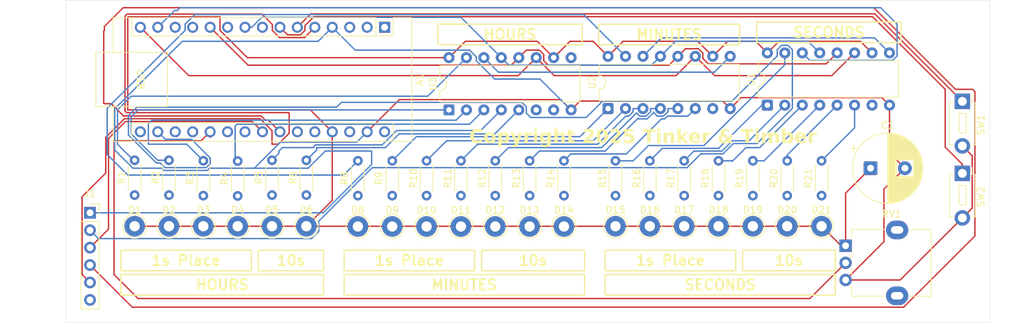
<source format=kicad_pcb>
(kicad_pcb (version 20241229) (generator "pcbnew") (generator_version "9.0")
  (layers (0 "F.Cu" signal) (2 "B.Cu" signal) (13 "F.Paste" user) (15 "B.Paste" user) (5 "F.SilkS" user "F.Silkscreen") (7 "B.SilkS" user "B.Silkscreen") (1 "F.Mask" user) (3 "B.Mask" user) (25 "Edge.Cuts" user))
  (net 0 "")
  (net 1 "GND")
  (net 3 "Net-(A1-D12)")
  (net 4 "VCC")
  (net 5 "Net-(A1-D6)")
  (net 9 "Net-(A1-D8)")
  (net 13 "Net-(A1-D3)")
  (net 14 "Net-(A1-A5)")
  (net 16 "Net-(A1-D11)")
  (net 17 "Net-(A1-A1)")
  (net 19 "unconnected-(A1-D9-Pad12)")
  (net 22 "Net-(A1-D2)")
  (net 23 "unconnected-(A1-D10-Pad13)")
  (net 24 "Net-(A1-D4)")
  (net 25 "Net-(A1-3V3)")
  (net 26 "Net-(A1-A4)")
  (net 30 "Net-(U3-QA)")
  (net 31 "Net-(D1-A)")
  (net 32 "Net-(U1-QB)")
  (net 33 "Net-(U1-QC)")
  (net 34 "Net-(U1-QF)")
  (net 35 "Net-(U1-QH')")
  (net 37 "Net-(U1-QA)")
  (net 38 "Net-(U1-QE)")
  (net 39 "Net-(U1-QD)")
  (net 40 "Net-(U2-QB)")
  (net 41 "Net-(U2-QF)")
  (net 42 "Net-(U2-QG)")
  (net 43 "Net-(U2-QH')")
  (net 45 "Net-(U2-QE)")
  (net 46 "Net-(U2-QD)")
  (net 47 "Net-(U2-QC)")
  (net 48 "Net-(U2-QA)")
  (net 49 "Net-(U3-QE)")
  (net 50 "Net-(U3-QD)")
  (net 51 "Net-(U3-QB)")
  (net 52 "Net-(U3-QF)")
  (net 54 "Net-(U3-QC)")
  (net 56 "Net-(D2-A)")
  (net 57 "Net-(D3-A)")
  (net 58 "Net-(D4-A)")
  (net 59 "Net-(D5-A)")
  (net 60 "Net-(D6-A)")
  (net 61 "Net-(D8-A)")
  (net 62 "Net-(D9-A)")
  (net 63 "Net-(D10-A)")
  (net 64 "Net-(D11-A)")
  (net 65 "Net-(D12-A)")
  (net 66 "Net-(D13-A)")
  (net 67 "Net-(D14-A)")
  (net 68 "Net-(U1-QG)")
  (net 70 "Net-(D15-A)")
  (net 71 "Net-(D16-A)")
  (net 72 "Net-(D17-A)")
  (net 73 "Net-(D18-A)")
  (net 74 "Net-(D19-A)")
  (net 75 "Net-(D20-A)")
  (net 76 "Net-(D21-A)")
  (footprint "TestPoint:TestPoint_THTPad_D3.0mm_Drill1.5mm" (layer "F.Cu") (at 60 83.46)
    (property "Reference" "D1")
    (property "Value" "LED")
  )
  (footprint "TestPoint:TestPoint_THTPad_D3.0mm_Drill1.5mm" (layer "F.Cu") (at 80 83.46)
    (property "Reference" "D5")
    (property "Value" "LED")
  )
  (footprint "Resistor_THT:R_Axial_DIN0204_L3.6mm_D1.6mm_P5.08mm_Horizontal" (layer "F.Cu") (at 75 79.04 90)
    (property "Reference" "R4")
    (property "Value" "470Ω")
  )
  (footprint "TestPoint:TestPoint_THTPad_D3.0mm_Drill1.5mm" (layer "F.Cu") (at 130 83.46)
    (property "Reference" "D15")
    (property "Value" "LED")
  )
  (footprint "Potentiometer_THT:Potentiometer_Alpha_RD901F-40-00D_Single_Vertical" (layer "F.Cu") (at 163.5 86.3)
    (property "Reference" "RV1")
    (property "Value" "Brightness Pot")
  )
  (footprint "Capacitor_THT:CP_Radial_D10.0mm_P5.00mm" (layer "F.Cu") (at 167.132323 75)
    (property "Reference" "C1")
    (property "Value" "1000uF")
  )
  (footprint "TestPoint:TestPoint_THTPad_D3.0mm_Drill1.5mm" (layer "F.Cu") (at 155 83.46)
    (property "Reference" "D20")
    (property "Value" "LED")
  )
  (footprint "Resistor_THT:R_Axial_DIN0204_L3.6mm_D1.6mm_P5.08mm_Horizontal" (layer "F.Cu") (at 92.5 79 90)
    (property "Reference" "R8")
    (property "Value" "470Ω")
  )
  (footprint "Resistor_THT:R_Axial_DIN0204_L3.6mm_D1.6mm_P5.08mm_Horizontal" (layer "F.Cu") (at 65 78.92 90)
    (property "Reference" "R2")
    (property "Value" "470Ω")
  )
  (footprint "Resistor_THT:R_Axial_DIN0204_L3.6mm_D1.6mm_P5.08mm_Horizontal" (layer "F.Cu") (at 117.5 79 90)
    (property "Reference" "R13")
    (property "Value" "470Ω")
  )
  (footprint "TestPoint:TestPoint_THTPad_D3.0mm_Drill1.5mm" (layer "F.Cu") (at 117.5 83.5)
    (property "Reference" "D13")
    (property "Value" "LED")
  )
  (footprint "Resistor_THT:R_Axial_DIN0204_L3.6mm_D1.6mm_P5.08mm_Horizontal" (layer "F.Cu") (at 102.5 79 90)
    (property "Reference" "R10")
    (property "Value" "470Ω")
  )
  (footprint "TestPoint:TestPoint_THTPad_D3.0mm_Drill1.5mm" (layer "F.Cu") (at 140 83.46)
    (property "Reference" "D17")
    (property "Value" "LED")
  )
  (footprint "TestPoint:TestPoint_THTPad_D3.0mm_Drill1.5mm" (layer "F.Cu") (at 145 83.46)
    (property "Reference" "D18")
    (property "Value" "LED")
  )
  (footprint "TestPoint:TestPoint_THTPad_D3.0mm_Drill1.5mm" (layer "F.Cu") (at 160 83.46)
    (property "Reference" "D21")
    (property "Value" "LED")
  )
  (footprint "TestPoint:TestPoint_THTPad_D3.0mm_Drill1.5mm" (layer "F.Cu") (at 122.5 83.5)
    (property "Reference" "D14")
    (property "Value" "LED")
  )
  (footprint "Resistor_THT:R_Axial_DIN0204_L3.6mm_D1.6mm_P5.08mm_Horizontal" (layer "F.Cu") (at 85 78.92 90)
    (property "Reference" "R6")
    (property "Value" "470Ω")
  )
  (footprint "Resistor_THT:R_Axial_DIN0204_L3.6mm_D1.6mm_P5.08mm_Horizontal" (layer "F.Cu") (at 70 79 90)
    (property "Reference" "R3")
    (property "Value" "470Ω")
  )
  (footprint "TestPoint:TestPoint_THTPad_D3.0mm_Drill1.5mm" (layer "F.Cu") (at 65 83.46)
    (property "Reference" "D2")
    (property "Value" "LED")
  )
  (footprint "TestPoint:TestPoint_THTPad_D3.0mm_Drill1.5mm" (layer "F.Cu") (at 107.5 83.5)
    (property "Reference" "D11")
    (property "Value" "LED")
  )
  (footprint "TestPoint:TestPoint_THTPad_D3.0mm_Drill1.5mm" (layer "F.Cu") (at 70 83.46)
    (property "Reference" "D3")
    (property "Value" "LED")
  )
  (footprint "TestPoint:TestPoint_THTPad_D3.0mm_Drill1.5mm" (layer "F.Cu") (at 135 83.46)
    (property "Reference" "D16")
    (property "Value" "LED")
  )
  (footprint "Package_DIP:DIP-16_W7.62mm" (layer "F.Cu") (at 105.76 66.5 90)
    (property "Reference" "U3")
    (property "Value" "74HC595")
  )
  (footprint "TestPoint:TestPoint_THTPad_D3.0mm_Drill1.5mm" (layer "F.Cu") (at 150 83.46)
    (property "Reference" "D19")
    (property "Value" "LED")
  )
  (footprint "Resistor_THT:R_Axial_DIN0204_L3.6mm_D1.6mm_P5.08mm_Horizontal" (layer "F.Cu") (at 135 79 90)
    (property "Reference" "R16")
    (property "Value" "470Ω")
  )
  (footprint "Resistor_THT:R_Axial_DIN0204_L3.6mm_D1.6mm_P5.08mm_Horizontal" (layer "F.Cu") (at 112.5 79 90)
    (property "Reference" "R12")
    (property "Value" "470Ω")
  )
  (footprint "Resistor_THT:R_Axial_DIN0204_L3.6mm_D1.6mm_P5.08mm_Horizontal" (layer "F.Cu") (at 122.5 79 90)
    (property "Reference" "R14")
    (property "Value" "470Ω")
  )
  (footprint "Resistor_THT:R_Axial_DIN0204_L3.6mm_D1.6mm_P5.08mm_Horizontal" (layer "F.Cu") (at 155 79 90)
    (property "Reference" "R20")
    (property "Value" "470Ω")
  )
  (footprint "TestPoint:TestPoint_THTPad_D3.0mm_Drill1.5mm" (layer "F.Cu") (at 75 83.46)
    (property "Reference" "D4")
    (property "Value" "LED")
  )
  (footprint "TestPoint:TestPoint_THTPad_D3.0mm_Drill1.5mm" (layer "F.Cu") (at 92.5 83.5)
    (property "Reference" "D8")
    (property "Value" "LED")
  )
  (footprint "Package_DIP:DIP-16_W7.62mm" (layer "F.Cu") (at 128.92 66.305 90)
    (property "Reference" "U2")
    (property "Value" "74HC595")
  )
  (footprint "TestPoint:TestPoint_THTPad_D3.0mm_Drill1.5mm" (layer "F.Cu") (at 85 83.46)
    (property "Reference" "D6")
    (property "Value" "LED")
  )
  (footprint "Package_DIP:DIP-16_W7.62mm" (layer "F.Cu") (at 152.11 65.805 90)
    (property "Reference" "U1")
    (property "Value" "74HC595")
  )
  (footprint "Resistor_THT:R_Axial_DIN0204_L3.6mm_D1.6mm_P5.08mm_Horizontal" (layer "F.Cu") (at 97.5 79 90)
    (property "Reference" "R9")
    (property "Value" "470Ω")
  )
  (footprint "TestPoint:TestPoint_THTPad_D3.0mm_Drill1.5mm" (layer "F.Cu") (at 97.5 83.5)
    (property "Reference" "D9")
    (property "Value" "LED")
  )
  (footprint "TestPoint:TestPoint_THTPad_D3.0mm_Drill1.5mm" (layer "F.Cu") (at 102.5 83.5)
    (property "Reference" "D10")
    (property "Value" "LED")
  )
  (footprint "Resistor_THT:R_Axial_DIN0204_L3.6mm_D1.6mm_P5.08mm_Horizontal" (layer "F.Cu") (at 80 78.92 90)
    (property "Reference" "R5")
    (property "Value" "470Ω")
  )
  (footprint "Button_Switch_THT:SW_PUSH_1P1T_6x3.5mm_H4.3_APEM_MJTP1243" (layer "F.Cu") (at 180.5 75.75 -90)
    (property "Reference" "SW2")
    (property "Value" "MIN BUTTON")
  )
  (footprint "TestPoint:TestPoint_THTPad_D3.0mm_Drill1.5mm" (layer "F.Cu") (at 112.5 83.5)
    (property "Reference" "D12")
    (property "Value" "LED")
  )
  (footprint "Resistor_THT:R_Axial_DIN0204_L3.6mm_D1.6mm_P5.08mm_Horizontal" (layer "F.Cu") (at 150 79 90)
    (property "Reference" "R19")
    (property "Value" "470Ω")
  )
  (footprint "Connector_PinSocket_2.54mm:PinSocket_1x06_P2.54mm_Vertical" (layer "F.Cu") (at 53.5 81.5)
    (property "Reference" "J1")
    (property "Value" "PinSocket_1x06_P2.54mm_Vertical")
  )
  (footprint "Resistor_THT:R_Axial_DIN0204_L3.6mm_D1.6mm_P5.08mm_Horizontal" (layer "F.Cu") (at 160 79 90)
    (property "Reference" "R21")
    (property "Value" "470Ω")
  )
  (footprint "Resistor_THT:R_Axial_DIN0204_L3.6mm_D1.6mm_P5.08mm_Horizontal" (layer "F.Cu") (at 145 79 90)
    (property "Reference" "R18")
    (property "Value" "470Ω")
  )
  (footprint "MountingHole:MountingHole_3.2mm_M3" (layer "F.Cu") (at 180 54)
    (property "Reference" "Mount" (hide yes))
    (property "Value" "MountingHole_3.2mm_M3")
  )
  (footprint "Resistor_THT:R_Axial_DIN0204_L3.6mm_D1.6mm_P5.08mm_Horizontal" (layer "F.Cu") (at 130 79 90)
    (property "Reference" "R15")
    (property "Value" "470Ω")
  )
  (footprint "Module:Arduino_Nano" (layer "F.Cu") (at 96.39 54.45 -90)
    (property "Reference" "A1")
    (property "Value" "Arduino Nano")
  )
  (footprint "Resistor_THT:R_Axial_DIN0204_L3.6mm_D1.6mm_P5.08mm_Horizontal" (layer "F.Cu") (at 60 78.92 90)
    (property "Reference" "R1")
    (property "Value" "470Ω")
  )
  (footprint "Resistor_THT:R_Axial_DIN0204_L3.6mm_D1.6mm_P5.08mm_Horizontal" (layer "F.Cu") (at 140 79 90)
    (property "Reference" "R17")
    (property "Value" "470Ω")
  )
  (footprint "MountingHole:MountingHole_3.2mm_M3" (layer "F.Cu") (at 180 93)
    (property "Reference" "Mount" (hide yes))
    (property "Value" "MountingHole_3.2mm_M3")
  )
  (footprint "Resistor_THT:R_Axial_DIN0204_L3.6mm_D1.6mm_P5.08mm_Horizontal" (layer "F.Cu") (at 107.5 79 90)
    (property "Reference" "R11")
    (property "Value" "470Ω")
  )
  (footprint "Button_Switch_THT:SW_PUSH_1P1T_6x3.5mm_H4.3_APEM_MJTP1243" (layer "F.Cu") (at 180.5 65.25 -90)
    (property "Reference" "SW1")
    (property "Value" "HRS BUTTON")
  )
  (footprint "MountingHole:MountingHole_3.2mm_M3" (layer "F.Cu") (at 53.5 75)
    (property "Reference" "Mount" (hide yes))
    (property "Value" "MountingHole_3.2mm_M3")
  )
  (gr_rect (start 50 50.5) (end 184.5 97.5) (stroke (width 0.05)) (fill no) (layer "Edge.Cuts"))
  (gr_text "Copyright 2025 Tinker & Timber" (at 134 70.5 0) (layer "F.SilkS") (effects (font (size 2 2) (thickness 0.4) (bold yes))))
  (gr_text_box "1s Place" (start 128.5 86.96) (end 147.5 89.96) (margins 1.0025 1.0025 1.0025 1.0025) (layer "F.SilkS") (effects (font (size 1.5 1.5) (thickness 0.3) (bold yes))) (border yes) (stroke (width 0.2)))
  (gr_text_box "MINUTES" (start 90.5 90.5) (end 125.5 93.5) (margins 1.0025 1.0025 1.0025 1.0025) (layer "F.SilkS") (effects (font (size 1.5 1.5) (thickness 0.3) (bold yes))) (border yes) (stroke (width 0.2)))
  (gr_text_box "HOURS" (start 58 90.5) (end 87.5 93.5) (margins 1.0025 1.0025 1.0025 1.0025) (layer "F.SilkS") (effects (font (size 1.5 1.5) (thickness 0.3) (bold yes))) (border yes) (stroke (width 0.2)))
  (gr_text_box "10s" (start 110.5 86.96) (end 125.5 89.96) (margins 1.0025 1.0025 1.0025 1.0025) (layer "F.SilkS") (effects (font (size 1.5 1.5) (thickness 0.3) (bold yes))) (border yes) (stroke (width 0.2)))
  (gr_text_box "10s" (start 78 86.96) (end 87.5 89.96) (margins 1.0025 1.0025 1.0025 1.0025) (layer "F.SilkS") (effects (font (size 1.5 1.5) (thickness 0.3) (bold yes))) (border yes) (stroke (width 0.2)))
  (gr_text_box "1s Place" (start 58 86.96) (end 77 89.96) (margins 1.0025 1.0025 1.0025 1.0025) (layer "F.SilkS") (effects (font (size 1.5 1.5) (thickness 0.3) (bold yes))) (border yes) (stroke (width 0.2)))
  (gr_text_box "SECONDS" (start 128.5 90.5) (end 162 93.5) (margins 1.0025 1.0025 1.0025 1.0025) (layer "F.SilkS") (effects (font (size 1.5 1.5) (thickness 0.3) (bold yes))) (border yes) (stroke (width 0.2)))
  (gr_text_box "MINUTES" (start 127.56 54) (end 148.06 57) (margins 1.0025 1.0025 1.0025 1.0025) (layer "F.SilkS") (effects (font (size 1.5 1.5) (thickness 0.3) (bold yes))) (border yes) (stroke (width 0.2)))
  (gr_text_box "SECONDS" (start 150.56 53.685) (end 171.56 56.685) (margins 1.0025 1.0025 1.0025 1.0025) (layer "F.SilkS") (effects (font (size 1.5 1.5) (thickness 0.3) (bold yes))) (border yes) (stroke (width 0.2)))
  (gr_text_box "10s" (start 148.5 86.96) (end 162 89.96) (margins 1.0025 1.0025 1.0025 1.0025) (layer "F.SilkS") (effects (font (size 1.5 1.5) (thickness 0.3) (bold yes))) (border yes) (stroke (width 0.2)))
  (gr_text_box "1s Place" (start 90.5 86.96) (end 109.5 89.96) (margins 1.0025 1.0025 1.0025 1.0025) (layer "F.SilkS") (effects (font (size 1.5 1.5) (thickness 0.3) (bold yes))) (border yes) (stroke (width 0.2)))
  (gr_text_box "HOURS" (start 104.15 54) (end 125.15 57) (margins 1.0025 1.0025 1.0025 1.0025) (layer "F.SilkS") (effects (font (size 1.5 1.5) (thickness 0.3) (bold yes))) (border yes) (stroke (width 0.2)))
  (segment (start 181.926 73.176) (end 181.926 80.824) (width 0.2) (layer "F.Cu") (net 1))
  (segment (start 181.926 80.824) (end 180.5 82.25) (width 0.2) (layer "F.Cu") (net 1))
  (segment (start 169.89 72.757677) (end 172.132323 75) (width 0.2) (layer "F.Cu") (net 1))
  (segment (start 177.125 85.625) (end 171.45 91.3) (width 0.2) (layer "F.Cu") (net 1))
  (segment (start 122.04 65) (end 98.54 65) (width 0.2) (layer "F.Cu") (net 1))
  (segment (start 98.54 65) (end 93.85 69.69) (width 0.2) (layer "F.Cu") (net 1))
  (segment (start 172.132323 75) (end 169.079 78.053323) (width 0.2) (layer "F.Cu") (net 1))
  (segment (start 180.5 82.25) (end 177.125 85.625) (width 0.2) (layer "F.Cu") (net 1))
  (segment (start 124.836 65.204) (end 123.54 66.5) (width 0.2) (layer "F.Cu") (net 1))
  (segment (start 146.7 66.305) (end 145.599 65.204) (width 0.2) (layer "F.Cu") (net 1))
  (segment (start 171.45 91.3) (end 163.5 91.3) (width 0.2) (layer "F.Cu") (net 1))
  (segment (start 168.789 64.704) (end 148.301 64.704) (width 0.2) (layer "F.Cu") (net 1))
  (segment (start 123.54 66.5) (end 122.04 65) (width 0.2) (layer "F.Cu") (net 1))
  (segment (start 180.5 71.75) (end 181.926 73.176) (width 0.2) (layer "F.Cu") (net 1))
  (segment (start 145.599 65.204) (end 124.836 65.204) (width 0.2) (layer "F.Cu") (net 1))
  (segment (start 169.079 85.721) (end 163.5 91.3) (width 0.2) (layer "F.Cu") (net 1))
  (segment (start 169.89 65.805) (end 169.89 72.757677) (width 0.2) (layer "F.Cu") (net 1))
  (segment (start 169.89 65.805) (end 168.789 64.704) (width 0.2) (layer "F.Cu") (net 1))
  (segment (start 148.301 64.704) (end 146.7 66.305) (width 0.2) (layer "F.Cu") (net 1))
  (segment (start 169.079 78.053323) (end 169.079 85.721) (width 0.2) (layer "F.Cu") (net 1))
  (segment (start 109.739 59.33605) (end 112.40295 62) (width 0.2) (layer "B.Cu") (net 1))
  (segment (start 94.5 74.447901) (end 94.5 72.5) (width 0.2) (layer "B.Cu") (net 1))
  (segment (start 64.2549 75.322) (end 63.9329 75) (width 0.2) (layer "B.Cu") (net 1))
  (segment (start 77.5 74.924372) (end 77.5 75) (width 0.2) (layer "B.Cu") (net 1))
  (segment (start 53.5 81.5) (end 87.447901 81.5) (width 0.2) (layer "B.Cu") (net 1))
  (segment (start 63.9329 75) (end 59.744372 75) (width 0.2) (layer "B.Cu") (net 1))
  (segment (start 88.77 54.45) (end 92.099 57.779) (width 0.2) (layer "B.Cu") (net 1))
  (segment (start 112.40295 62) (end 119 62) (width 0.2) (layer "B.Cu") (net 1))
  (segment (start 57.099 66.3339) (end 66.9329 56.5) (width 0.2) (layer "B.Cu") (net 1))
  (segment (start 108.75605 57.779) (end 109.739 58.76195) (width 0.2) (layer "B.Cu") (net 1))
  (segment (start 123 66) (end 123.04 66) (width 0.2) (layer "B.Cu") (net 1))
  (segment (start 123.04 66) (end 123.54 66.5) (width 0.2) (layer "B.Cu") (net 1))
  (segment (start 87.755628 72.5) (end 85.255628 75) (width 0.2) (layer "B.Cu") (net 1))
  (segment (start 81.226372 71.198) (end 77.5 74.924372) (width 0.2) (layer "B.Cu") (net 1))
  (segment (start 66.9329 56.5) (end 86.72 56.5) (width 0.2) (layer "B.Cu") (net 1))
  (segment (start 70.580728 75.322) (end 64.2549 75.322) (width 0.2) (layer "B.Cu") (net 1))
  (segment (start 109.739 58.76195) (end 109.739 59.33605) (width 0.2) (layer "B.Cu") (net 1))
  (segment (start 70.902728 75) (end 70.580728 75.322) (width 0.2) (layer "B.Cu") (net 1))
  (segment (start 57.099 72.354628) (end 57.099 66.3339) (width 0.2) (layer "B.Cu") (net 1))
  (segment (start 94.5 72.5) (end 87.755628 72.5) (width 0.2) (layer "B.Cu") (net 1))
  (segment (start 87.447901 81.5) (end 94.5 74.447901) (width 0.2) (layer "B.Cu") (net 1))
  (segment (start 93.85 69.69) (end 92.342 71.198) (width 0.2) (layer "B.Cu") (net 1))
  (segment (start 85.255628 75) (end 77.5 75) (width 0.2) (layer "B.Cu") (net 1))
  (segment (start 92.099 57.779) (end 108.75605 57.779) (width 0.2) (layer "B.Cu") (net 1))
  (segment (start 119 62) (end 123 66) (width 0.2) (layer "B.Cu") (net 1))
  (segment (start 59.744372 75) (end 57.099 72.354628) (width 0.2) (layer "B.Cu") (net 1))
  (segment (start 86.72 56.5) (end 88.77 54.45) (width 0.2) (layer "B.Cu") (net 1))
  (segment (start 77.5 75) (end 70.902728 75) (width 0.2) (layer "B.Cu") (net 1))
  (segment (start 92.342 71.198) (end 81.226372 71.198) (width 0.2) (layer "B.Cu") (net 1))
  (segment (start 115.84 61.5) (end 118.46 58.88) (width 0.2) (layer "F.Cu") (net 3))
  (segment (start 118.46 58.88) (end 121.08 61.5) (width 0.2) (layer "F.Cu") (net 3))
  (segment (start 121.08 61.5) (end 138.805 61.5) (width 0.2) (layer "F.Cu") (net 3))
  (segment (start 67.88 61.5) (end 115.84 61.5) (width 0.2) (layer "F.Cu") (net 3))
  (segment (start 138.805 61.5) (end 141.62 58.685) (width 0.2) (layer "F.Cu") (net 3))
  (segment (start 60.83 54.45) (end 67.88 61.5) (width 0.2) (layer "F.Cu") (net 3))
  (segment (start 144.435 61.5) (end 161.495 61.5) (width 0.2) (layer "F.Cu") (net 3))
  (segment (start 161.495 61.5) (end 164.81 58.185) (width 0.2) (layer "F.Cu") (net 3))
  (segment (start 141.62 58.685) (end 144.435 61.5) (width 0.2) (layer "F.Cu") (net 3))
  (segment (start 59 66.5) (end 85.58 66.5) (width 0.2) (layer "F.Cu") (net 4))
  (segment (start 123.38 56.5) (end 121 58.88) (width 0.2) (layer "F.Cu") (net 4))
  (segment (start 118.62 56.5) (end 108.14 56.5) (width 0.2) (layer "F.Cu") (net 4))
  (segment (start 72.429 52.929) (end 59.071 52.929) (width 0.2) (layer "F.Cu") (net 4))
  (segment (start 131.105 56.5) (end 141.975 56.5) (width 0.2) (layer "F.Cu") (net 4))
  (segment (start 140 83.46) (end 85 83.46) (width 0.2) (layer "F.Cu") (net 4))
  (segment (start 85.58 66.5) (end 88.77 69.69) (width 0.2) (layer "F.Cu") (net 4))
  (segment (start 162.84 86.3) (end 160 83.46) (width 0.2) (layer "F.Cu") (net 4))
  (segment (start 144.16 58.685) (end 146.345 56.5) (width 0.2) (layer "F.Cu") (net 4))
  (segment (start 146.345 56.5) (end 150.425 56.5) (width 0.2) (layer "F.Cu") (net 4))
  (segment (start 85 83.46) (end 60 83.46) (width 0.2) (layer "F.Cu") (net 4))
  (segment (start 59.071 52.929) (end 59 53) (width 0.2) (layer "F.Cu") (net 4))
  (segment (start 88.77 79.69) (end 88.77 69.69) (width 0.2) (layer "F.Cu") (net 4))
  (segment (start 128.92 58.685) (end 126.735 56.5) (width 0.2) (layer "F.Cu") (net 4))
  (segment (start 152.11 58.185) (end 153.795 56.5) (width 0.2) (layer "F.Cu") (net 4))
  (segment (start 141.975 56.5) (end 144.16 58.685) (width 0.2) (layer "F.Cu") (net 4))
  (segment (start 163.5 86.3) (end 162.84 86.3) (width 0.2) (layer "F.Cu") (net 4))
  (segment (start 165.665 56.5) (end 167.35 58.185) (width 0.2) (layer "F.Cu") (net 4))
  (segment (start 85 83.46) (end 88.77 79.69) (width 0.2) (layer "F.Cu") (net 4))
  (segment (start 155 83.46) (end 150 83.46) (width 0.2) (layer "F.Cu") (net 4))
  (segment (start 145 83.46) (end 140 83.46) (width 0.2) (layer "F.Cu") (net 4))
  (segment (start 150.425 56.5) (end 152.11 58.185) (width 0.2) (layer "F.Cu") (net 4))
  (segment (start 108.14 56.5) (end 105.76 58.88) (width 0.2) (layer "F.Cu") (net 4))
  (segment (start 163.5 78.632323) (end 167.132323 75) (width 0.2) (layer "F.Cu") (net 4))
  (segment (start 126.735 56.5) (end 123.38 56.5) (width 0.2) (layer "F.Cu") (net 4))
  (segment (start 128.92 58.685) (end 131.105 56.5) (width 0.2) (layer "F.Cu") (net 4))
  (segment (start 59 53) (end 59 66.5) (width 0.2) (layer "F.Cu") (net 4))
  (segment (start 150 83.46) (end 145 83.46) (width 0.2) (layer "F.Cu") (net 4))
  (segment (start 72.429 54.90605) (end 72.429 52.929) (width 0.2) (layer "F.Cu") (net 4))
  (segment (start 163.5 86.3) (end 163.5 78.632323) (width 0.2) (layer "F.Cu") (net 4))
  (segment (start 160 83.46) (end 155 83.46) (width 0.2) (layer "F.Cu") (net 4))
  (segment (start 76.40295 58.88) (end 72.429 54.90605) (width 0.2) (layer "F.Cu") (net 4))
  (segment (start 121 58.88) (end 118.62 56.5) (width 0.2) (layer "F.Cu") (net 4))
  (segment (start 105.76 58.88) (end 76.40295 58.88) (width 0.2) (layer "F.Cu") (net 4))
  (segment (start 153.795 56.5) (end 165.665 56.5) (width 0.2) (layer "F.Cu") (net 4))
  (segment (start 135.244 59.981) (end 114.481 59.981) (width 0.2) (layer "B.Cu") (net 5))
  (segment (start 138.725 56.5) (end 136.54 58.685) (width 0.2) (layer "B.Cu") (net 5))
  (segment (start 136.54 58.685) (end 135.244 59.981) (width 0.2) (layer "B.Cu") (net 5))
  (segment (start 77.509 53.99395) (end 77.509 54.001) (width 0.2) (layer "B.Cu") (net 5))
  (segment (start 78.15395 53.349) (end 77.509 53.99395) (width 0.2) (layer "B.Cu") (net 5))
  (segment (start 158.045 56.5) (end 138.725 56.5) (width 0.2) (layer "B.Cu") (net 5))
  (segment (start 77.06 54.45) (end 76.07 54.45) (width 0.2) (layer "B.Cu") (net 5))
  (segment (start 78.5 53) (end 78.5 53.01) (width 0.2) (layer "B.Cu") (net 5))
  (segment (start 78.5 53.01) (end 78.161 53.349) (width 0.2) (layer "B.Cu") (net 5))
  (segment (start 77.509 54.001) (end 77.06 54.45) (width 0.2) (layer "B.Cu") (net 5))
  (segment (start 159.73 58.185) (end 158.045 56.5) (width 0.2) (layer "B.Cu") (net 5))
  (segment (start 114.481 59.981) (end 113.38 58.88) (width 0.2) (layer "B.Cu") (net 5))
  (segment (start 107.5 53) (end 78.5 53) (width 0.2) (layer "B.Cu") (net 5))
  (segment (start 113.38 58.88) (end 107.5 53) (width 0.2) (layer "B.Cu") (net 5))
  (segment (start 78.161 53.349) (end 78.15395 53.349) (width 0.2) (layer "B.Cu") (net 5))
  (segment (start 117.021 57.779) (end 115.92 58.88) (width 0.2) (layer "F.Cu") (net 9))
  (segment (start 76.521 59.981) (end 70.99 54.45) (width 0.2) (layer "F.Cu") (net 9))
  (segment (start 139.08 58.685) (end 137.784 59.981) (width 0.2) (layer "F.Cu") (net 9))
  (segment (start 142.721 58.22895) (end 142.07605 57.584) (width 0.2) (layer "F.Cu") (net 9))
  (segment (start 115.92 58.88) (end 114.819 59.981) (width 0.2) (layer "F.Cu") (net 9))
  (segment (start 143.507 59.786) (end 142.721 59) (width 0.2) (layer "F.Cu") (net 9))
  (segment (start 119.561 59.33605) (end 119.561 58.42395) (width 0.2) (layer "F.Cu") (net 9))
  (segment (start 137.784 59.981) (end 120.20595 59.981) (width 0.2) (layer "F.Cu") (net 9))
  (segment (start 119.561 58.42395) (end 118.91605 57.779) (width 0.2) (layer "F.Cu") (net 9))
  (segment (start 142.07605 57.584) (end 140.181 57.584) (width 0.2) (layer "F.Cu") (net 9))
  (segment (start 114.819 59.981) (end 76.521 59.981) (width 0.2) (layer "F.Cu") (net 9))
  (segment (start 120.20595 59.981) (end 119.561 59.33605) (width 0.2) (layer "F.Cu") (net 9))
  (segment (start 142.721 59) (end 142.721 58.22895) (width 0.2) (layer "F.Cu") (net 9))
  (segment (start 140.181 57.584) (end 139.08 58.685) (width 0.2) (layer "F.Cu") (net 9))
  (segment (start 118.91605 57.779) (end 117.021 57.779) (width 0.2) (layer "F.Cu") (net 9))
  (segment (start 162.27 58.185) (end 160.669 59.786) (width 0.2) (layer "F.Cu") (net 9))
  (segment (start 160.669 59.786) (end 143.507 59.786) (width 0.2) (layer "F.Cu") (net 9))
  (segment (start 180.5 65.25) (end 167.75 52.5) (width 0.2) (layer "F.Cu") (net 13))
  (segment (start 167.75 52.5) (end 85.64 52.5) (width 0.2) (layer "F.Cu") (net 13))
  (segment (start 85.64 52.5) (end 83.69 54.45) (width 0.2) (layer "F.Cu") (net 13))
  (segment (start 55.599 65.599) (end 56.599 65.599) (width 0.2) (layer "F.Cu") (net 14))
  (segment (start 79.46 68) (end 81.15 69.69) (width 0.2) (layer "F.Cu") (net 14))
  (segment (start 53.5 89.12) (end 59.641 95.261) (width 0.2) (layer "F.Cu") (net 14))
  (segment (start 182 63.5) (end 179.5 63.5) (width 0.2) (layer "F.Cu") (net 14))
  (segment (start 55.599 54.3339) (end 55.599 54.901) (width 0.2) (layer "F.Cu") (net 14))
  (segment (start 55.5 55) (end 55.5 65.5) (width 0.2) (layer "F.Cu") (net 14))
  (segment (start 58.3658 67.3658) (end 58.3456 67.386) (width 0.2) (layer "F.Cu") (net 14))
  (segment (start 56.599 65.599) (end 58.3658 67.3658) (width 0.2) (layer "F.Cu") (net 14))
  (segment (start 79.04415 68) (end 79.46 68) (width 0.2) (layer "F.Cu") (net 14))
  (segment (start 58.3456 67.386) (end 78.43015 67.386) (width 0.2) (layer "F.Cu") (net 14))
  (segment (start 55.599 54.901) (end 55.5 55) (width 0.2) (layer "F.Cu") (net 14))
  (segment (start 78.43015 67.386) (end 79.04415 68) (width 0.2) (layer "F.Cu") (net 14))
  (segment (start 58.3339 51.599) (end 55.599 54.3339) (width 0.2) (layer "F.Cu") (net 14))
  (segment (start 55.5 65.5) (end 55.599 65.599) (width 0.2) (layer "F.Cu") (net 14))
  (segment (start 182.327 63.827) (end 182 63.5) (width 0.2) (layer "F.Cu") (net 14))
  (segment (start 59.641 95.261) (end 171.948009 95.261) (width 0.2) (layer "F.Cu") (net 14))
  (segment (start 171.948009 95.261) (end 182.327 84.882009) (width 0.2) (layer "F.Cu") (net 14))
  (segment (start 182.327 84.882009) (end 182.327 63.827) (width 0.2) (layer "F.Cu") (net 14))
  (segment (start 179.5 63.5) (end 167.599 51.599) (width 0.2) (layer "F.Cu") (net 14))
  (segment (start 167.599 51.599) (end 58.3339 51.599) (width 0.2) (layer "F.Cu") (net 14))
  (segment (start 65.82 52) (end 63.37 54.45) (width 0.2) (layer "B.Cu") (net 16))
  (segment (start 158.291 59.286) (end 170.34605 59.286) (width 0.2) (layer "B.Cu") (net 16))
  (segment (start 170.991 58.64105) (end 170.991 53.991) (width 0.2) (layer "B.Cu") (net 16))
  (segment (start 170.34605 59.286) (end 170.991 58.64105) (width 0.2) (layer "B.Cu") (net 16))
  (segment (start 66.198 52) (end 65.82 52) (width 0.2) (layer "B.Cu") (net 16))
  (segment (start 168.599 51.599) (end 66.599 51.599) (width 0.2) (layer "B.Cu") (net 16))
  (segment (start 66.599 51.599) (end 66.198 52) (width 0.2) (layer "B.Cu") (net 16))
  (segment (start 157.19 58.185) (end 158.291 59.286) (width 0.2) (layer "B.Cu") (net 16))
  (segment (start 170.991 53.991) (end 168.599 51.599) (width 0.2) (layer "B.Cu") (net 16))
  (segment (start 70.99 70.51) (end 70.99 69.69) (width 0.2) (layer "F.Cu") (net 17))
  (segment (start 60.5 94) (end 57 90.5) (width 0.2) (layer "F.Cu") (net 17))
  (segment (start 57 90.5) (end 57 71) (width 0.2) (layer "F.Cu") (net 17))
  (segment (start 57 71) (end 69.68 71) (width 0.2) (layer "F.Cu") (net 17))
  (segment (start 69.68 71) (end 70.99 69.69) (width 0.2) (layer "F.Cu") (net 17))
  (segment (start 163.5 88.8) (end 158.3 94) (width 0.2) (layer "F.Cu") (net 17))
  (segment (start 158.3 94) (end 60.5 94) (width 0.2) (layer "F.Cu") (net 17))
  (segment (start 68.4 54.5) (end 68 54.5) (width 0.2) (layer "F.Cu") (net 19))
  (segment (start 68.45 54.45) (end 68.4 54.5) (width 0.2) (layer "F.Cu") (net 19))
  (segment (start 82.5 69.89705) (end 82.5 67) (width 0.2) (layer "F.Cu") (net 22))
  (segment (start 81.09495 55.952) (end 84.728 55.952) (width 0.2) (layer "F.Cu") (net 22))
  (segment (start 58.599 52.8339) (end 58.9049 52.528) (width 0.2) (layer "F.Cu") (net 22))
  (segment (start 55.797 75.703) (end 55.797 70.5017) (width 0.2) (layer "F.Cu") (net 22))
  (segment (start 84.728 55.952) (end 86.23 54.45) (width 0.2) (layer "F.Cu") (net 22))
  (segment (start 80.89705 71.5) (end 82.5 69.89705) (width 0.2) (layer "F.Cu") (net 22))
  (segment (start 78.26405 67.787) (end 80 69.52295) (width 0.2) (layer "F.Cu") (net 22))
  (segment (start 58.5117 67.787) (end 78.26405 67.787) (width 0.2) (layer "F.Cu") (net 22))
  (segment (start 53.5 91.66) (end 52.349 90.509) (width 0.2) (layer "F.Cu") (net 22))
  (segment (start 52.349 90.509) (end 52.349 79.151) (width 0.2) (layer "F.Cu") (net 22))
  (segment (start 58.8339 66.901) (end 58.599 66.6661) (width 0.2) (layer "F.Cu") (net 22))
  (segment (start 80.049 54.049) (end 80.049 54.90605) (width 0.2) (layer "F.Cu") (net 22))
  (segment (start 82.5 67) (end 82.401 66.901) (width 0.2) (layer "F.Cu") (net 22))
  (segment (start 80 71.5) (end 80.89705 71.5) (width 0.2) (layer "F.Cu") (net 22))
  (segment (start 55.797 70.5017) (end 58.5117 67.787) (width 0.2) (layer "F.Cu") (net 22))
  (segment (start 80.049 54.90605) (end 81.09495 55.952) (width 0.2) (layer "F.Cu") (net 22))
  (segment (start 80 69.52295) (end 80 71.5) (width 0.2) (layer "F.Cu") (net 22))
  (segment (start 82.401 66.901) (end 58.8339 66.901) (width 0.2) (layer "F.Cu") (net 22))
  (segment (start 78.528 52.528) (end 80.049 54.049) (width 0.2) (layer "F.Cu") (net 22))
  (segment (start 58.599 66.6661) (end 58.599 52.8339) (width 0.2) (layer "F.Cu") (net 22))
  (segment (start 52.349 79.151) (end 55.797 75.703) (width 0.2) (layer "F.Cu") (net 22))
  (segment (start 58.9049 52.528) (end 78.528 52.528) (width 0.2) (layer "F.Cu") (net 22))
  (segment (start 66.45 54.45) (end 65.91 54.45) (width 0.2) (layer "F.Cu") (net 23))
  (segment (start 66.5 54.5) (end 66.45 54.45) (width 0.2) (layer "F.Cu") (net 23))
  (segment (start 82.251 55.551) (end 81.15 54.45) (width 0.2) (layer "F.Cu") (net 24))
  (segment (start 167.401 52.901) (end 86.099 52.901) (width 0.2) (layer "F.Cu") (net 24))
  (segment (start 84.14605 55.551) (end 82.251 55.551) (width 0.2) (layer "F.Cu") (net 24))
  (segment (start 178 71.925) (end 178 63.5) (width 0.2) (layer "F.Cu") (net 24))
  (segment (start 86.099 52.901) (end 84.791 54.209) (width 0.2) (layer "F.Cu") (net 24))
  (segment (start 180.5 75.75) (end 180.5 74.425) (width 0.2) (layer "F.Cu") (net 24))
  (segment (start 180.5 74.425) (end 178 71.925) (width 0.2) (layer "F.Cu") (net 24))
  (segment (start 84.791 54.90605) (end 84.14605 55.551) (width 0.2) (layer "F.Cu") (net 24))
  (segment (start 84.791 54.209) (end 84.791 54.90605) (width 0.2) (layer "F.Cu") (net 24))
  (segment (start 178 63.5) (end 167.401 52.901) (width 0.2) (layer "F.Cu") (net 24))
  (segment (start 125.73784 67.601) (end 128.13484 65.204) (width 0.2) (layer "B.Cu") (net 25))
  (segment (start 86.801 84.205999) (end 85.745999 85.261) (width 0.2) (layer "B.Cu") (net 25))
  (segment (start 64.421 74.921) (end 63.741 74.241) (width 0.2) (layer "B.Cu") (net 25))
  (segment (start 71.001 74.334628) (end 70.414628 74.921) (width 0.2) (layer "B.Cu") (net 25))
  (segment (start 59.099 70.1661) (end 59.099 67.3339) (width 0.2) (layer "B.Cu") (net 25))
  (segment (start 147.1661 71.401) (end 145.6661 72.901) (width 0.2) (layer "B.Cu") (net 25))
  (segment (start 94.594001 74.921) (end 86.801 82.714001) (width 0.2) (layer "B.Cu") (net 25))
  (segment (start 59.099 67.3339) (end 60.3339 66.099) (width 0.2) (layer "B.Cu") (net 25))
  (segment (start 155.751 57.72895) (end 155.751 66.26105) (width 0.2) (layer "B.Cu") (net 25))
  (segment (start 154.19395 57.084) (end 155.10605 57.084) (width 0.2) (layer "B.Cu") (net 25))
  (segment (start 90.101 65.399) (end 116.37605 65.399) (width 0.2) (layer "B.Cu") (net 25))
  (segment (start 86.801 82.714001) (end 86.801 84.205999) (width 0.2) (layer "B.Cu") (net 25))
  (segment (start 63.37 69.69) (end 64.471 70.791) (width 0.2) (layer "B.Cu") (net 25))
  (segment (start 153.549 58.64105) (end 153.549 57.72895) (width 0.2) (layer "B.Cu") (net 25))
  (segment (start 146.98605 65.204) (end 153.549 58.64105) (width 0.2) (layer "B.Cu") (net 25))
  (segment (start 71.001 73.505372) (end 71.001 74.334628) (width 0.2) (layer "B.Cu") (net 25))
  (segment (start 117.021 66.95605) (end 117.66595 67.601) (width 0.2) (layer "B.Cu") (net 25))
  (segment (start 54.721 85.261) (end 53.5 84.04) (width 0.2) (layer "B.Cu") (net 25))
  (segment (start 60.3339 66.099) (end 89.401 66.099) (width 0.2) (layer "B.Cu") (net 25))
  (segment (start 155.751 66.26105) (end 150.61105 71.401) (width 0.2) (layer "B.Cu") (net 25))
  (segment (start 142.434628 72.901) (end 140.414628 74.921) (width 0.2) (layer "B.Cu") (net 25))
  (segment (start 150.61105 71.401) (end 147.1661 71.401) (width 0.2) (layer "B.Cu") (net 25))
  (segment (start 116.37605 65.399) (end 117.021 66.04395) (width 0.2) (layer "B.Cu") (net 25))
  (segment (start 70.414628 74.921) (end 64.421 74.921) (width 0.2) (layer "B.Cu") (net 25))
  (segment (start 68.286628 70.791) (end 71.001 73.505372) (width 0.2) (layer "B.Cu") (net 25))
  (segment (start 117.66595 67.601) (end 125.73784 67.601) (width 0.2) (layer "B.Cu") (net 25))
  (segment (start 153.549 57.72895) (end 154.19395 57.084) (width 0.2) (layer "B.Cu") (net 25))
  (segment (start 63.1739 74.241) (end 59.099 70.1661) (width 0.2) (layer "B.Cu") (net 25))
  (segment (start 64.471 70.791) (end 68.286628 70.791) (width 0.2) (layer "B.Cu") (net 25))
  (segment (start 155.10605 57.084) (end 155.751 57.72895) (width 0.2) (layer "B.Cu") (net 25))
  (segment (start 128.13484 65.204) (end 146.98605 65.204) (width 0.2) (layer "B.Cu") (net 25))
  (segment (start 145.6661 72.901) (end 142.434628 72.901) (width 0.2) (layer "B.Cu") (net 25))
  (segment (start 117.021 66.04395) (end 117.021 66.95605) (width 0.2) (layer "B.Cu") (net 25))
  (segment (start 140.414628 74.921) (end 94.594001 74.921) (width 0.2) (layer "B.Cu") (net 25))
  (segment (start 89.401 66.099) (end 90.101 65.399) (width 0.2) (layer "B.Cu") (net 25))
  (segment (start 63.741 74.241) (end 63.1739 74.241) (width 0.2) (layer "B.Cu") (net 25))
  (segment (start 85.745999 85.261) (end 54.721 85.261) (width 0.2) (layer "B.Cu") (net 25))
  (segment (start 56.198 70.6678) (end 58.6778 68.188) (width 0.2) (layer "F.Cu") (net 26))
  (segment (start 77.108 68.188) (end 78.61 69.69) (width 0.2) (layer "F.Cu") (net 26))
  (segment (start 53.5 86.58) (end 56.198 83.882) (width 0.2) (layer "F.Cu") (net 26))
  (segment (start 58.6778 68.188) (end 77.108 68.188) (width 0.2) (layer "F.Cu") (net 26))
  (segment (start 56.198 83.882) (end 56.198 70.6678) (width 0.2) (layer "F.Cu") (net 26))
  (segment (start 108.3 58.88) (end 102.68 64.5) (width 0.2) (layer "B.Cu") (net 30))
  (segment (start 59.5 64.5) (end 57.5 66.5) (width 0.2) (layer "B.Cu") (net 30))
  (segment (start 59.84 73.84) (end 60 73.84) (width 0.2) (layer "B.Cu") (net 30))
  (segment (start 57.5 71.5) (end 59.84 73.84) (width 0.2) (layer "B.Cu") (net 30))
  (segment (start 57.5 66.5) (end 57.5 71.5) (width 0.2) (layer "B.Cu") (net 30))
  (segment (start 102.68 64.5) (end 59.5 64.5) (width 0.2) (layer "B.Cu") (net 30))
  (segment (start 136.821 72.099) (end 135 73.92) (width 0.2) (layer "B.Cu") (net 32))
  (segment (start 145.016 72.099) (end 136.821 72.099) (width 0.2) (layer "B.Cu") (net 32))
  (segment (start 151.31 65.805) (end 145.016 72.099) (width 0.2) (layer "B.Cu") (net 32))
  (segment (start 152.11 65.805) (end 151.31 65.805) (width 0.2) (layer "B.Cu") (net 32))
  (segment (start 149.455 71) (end 147 71) (width 0.2) (layer "B.Cu") (net 33))
  (segment (start 141.42 72.5) (end 140 73.92) (width 0.2) (layer "B.Cu") (net 33))
  (segment (start 147 71) (end 145.5 72.5) (width 0.2) (layer "B.Cu") (net 33))
  (segment (start 145.5 72.5) (end 141.42 72.5) (width 0.2) (layer "B.Cu") (net 33))
  (segment (start 154.65 65.805) (end 149.455 71) (width 0.2) (layer "B.Cu") (net 33))
  (segment (start 162.27 65.805) (end 155 73.075) (width 0.2) (layer "B.Cu") (net 34))
  (segment (start 155 73.075) (end 155 73.92) (width 0.2) (layer "B.Cu") (net 34))
  (segment (start 169.89 58.185) (end 167.705 56) (width 0.2) (layer "B.Cu") (net 35))
  (segment (start 167.705 56) (end 136.685 56) (width 0.2) (layer "B.Cu") (net 35))
  (segment (start 136.685 56) (end 134 58.685) (width 0.2) (layer "B.Cu") (net 35))
  (segment (start 142.86405 71.698) (end 134.802 71.698) (width 0.2) (layer "B.Cu") (net 37))
  (segment (start 154.65 58.185) (end 154.65 59.91205) (width 0.2) (layer "B.Cu") (net 37))
  (segment (start 134.802 71.698) (end 132.58 73.92) (width 0.2) (layer "B.Cu") (net 37))
  (segment (start 154.65 59.91205) (end 142.86405 71.698) (width 0.2) (layer "B.Cu") (net 37))
  (segment (start 132.58 73.92) (end 130 73.92) (width 0.2) (layer "B.Cu") (net 37))
  (segment (start 159.73 65.805) (end 151.615 73.92) (width 0.2) (layer "B.Cu") (net 38))
  (segment (start 151.615 73.92) (end 150 73.92) (width 0.2) (layer "B.Cu") (net 38))
  (segment (start 146.92 73.92) (end 145 73.92) (width 0.2) (layer "B.Cu") (net 39))
  (segment (start 149 72) (end 147 74) (width 0.2) (layer "B.Cu") (net 39))
  (segment (start 147 74) (end 146.92 73.92) (width 0.2) (layer "B.Cu") (net 39))
  (segment (start 154.5 68.495) (end 154.5 68.5) (width 0.2) (layer "B.Cu") (net 39))
  (segment (start 154.5 68.5) (end 151 72) (width 0.2) (layer "B.Cu") (net 39))
  (segment (start 151 72) (end 149 72) (width 0.2) (layer "B.Cu") (net 39))
  (segment (start 157.19 65.805) (end 154.5 68.495) (width 0.2) (layer "B.Cu") (net 39))
  (segment (start 128.92 66.305) (end 124.824 70.401) (width 0.2) (layer "B.Cu") (net 40))
  (segment (start 101.019 70.401) (end 97.5 73.92) (width 0.2) (layer "B.Cu") (net 40))
  (segment (start 124.824 70.401) (end 101.019 70.401) (width 0.2) (layer "B.Cu") (net 40))
  (segment (start 135.502 66.82405) (end 136.08395 67.406) (width 0.2) (layer "B.Cu") (net 41))
  (segment (start 136.99605 67.406) (end 137.641 66.76105) (width 0.2) (layer "B.Cu") (net 41))
  (segment (start 133.37785 67.807) (end 134.62215 67.807) (width 0.2) (layer "B.Cu") (net 41))
  (segment (start 118.92 72.5) (end 128.5 72.5) (width 0.2) (layer "B.Cu") (net 41))
  (segment (start 135.502 66.92715) (end 135.502 66.82405) (width 0.2) (layer "B.Cu") (net 41))
  (segment (start 128.5 72.5) (end 133.285425 67.714575) (width 0.2) (layer "B.Cu") (net 41))
  (segment (start 134.62215 67.807) (end 135.502 66.92715) (width 0.2) (layer "B.Cu") (net 41))
  (segment (start 117.5 73.92) (end 118.92 72.5) (width 0.2) (layer "B.Cu") (net 41))
  (segment (start 136.08395 67.406) (end 136.99605 67.406) (width 0.2) (layer "B.Cu") (net 41))
  (segment (start 137.641 66.305) (end 139.08 66.305) (width 0.2) (layer "B.Cu") (net 41))
  (segment (start 137.641 66.76105) (end 137.641 66.305) (width 0.2) (layer "B.Cu") (net 41))
  (segment (start 133.285425 67.714575) (end 133.37785 67.807) (width 0.2) (layer "B.Cu") (net 41))
  (segment (start 140.519 67.406) (end 141.62 66.305) (width 0.2) (layer "B.Cu") (net 42))
  (segment (start 137.16215 67.807) (end 137.56315 67.406) (width 0.2) (layer "B.Cu") (net 42))
  (segment (start 131.581 72.919) (end 136.693 67.807) (width 0.2) (layer "B.Cu") (net 42))
  (segment (start 123.501 72.919) (end 131.581 72.919) (width 0.2) (layer "B.Cu") (net 42))
  (segment (start 137.56315 67.406) (end 140.519 67.406) (width 0.2) (layer "B.Cu") (net 42))
  (segment (start 122.5 73.92) (end 123.501 72.919) (width 0.2) (layer "B.Cu") (net 42))
  (segment (start 136.693 67.807) (end 137.16215 67.807) (width 0.2) (layer "B.Cu") (net 42))
  (segment (start 112.96 61) (end 110.84 58.88) (width 0.2) (layer "B.Cu") (net 43))
  (segment (start 146.7 58.685) (end 144.385 61) (width 0.2) (layer "B.Cu") (net 43))
  (segment (start 144.385 61) (end 112.96 61) (width 0.2) (layer "B.Cu") (net 43))
  (segment (start 135.101 66.305) (end 136.54 66.305) (width 0.2) (layer "B.Cu") (net 45))
  (segment (start 133.068975 66.931025) (end 133.54395 67.406) (width 0.2) (layer "B.Cu") (net 45))
  (segment (start 112.5 73.92) (end 114.42 72) (width 0.2) (layer "B.Cu") (net 45))
  (segment (start 114.42 72) (end 128 72) (width 0.2) (layer "B.Cu") (net 45))
  (segment (start 135.101 66.76105) (end 135.101 66.305) (width 0.2) (layer "B.Cu") (net 45))
  (segment (start 134.45605 67.406) (end 135.101 66.76105) (width 0.2) (layer "B.Cu") (net 45))
  (segment (start 128 72) (end 133.068975 66.931025) (width 0.2) (layer "B.Cu") (net 45))
  (segment (start 133.54395 67.406) (end 134.45605 67.406) (width 0.2) (layer "B.Cu") (net 45))
  (segment (start 132.561 66.76105) (end 131.91605 67.406) (width 0.2) (layer "B.Cu") (net 46))
  (segment (start 132.561 66.3415) (end 132.561 66.76105) (width 0.2) (layer "B.Cu") (net 46))
  (segment (start 127.4025 71.5) (end 109.92 71.5) (width 0.2) (layer "B.Cu") (net 46))
  (segment (start 132.5975 66.305) (end 132.561 66.3415) (width 0.2) (layer "B.Cu") (net 46))
  (segment (start 134 66.305) (end 132.5975 66.305) (width 0.2) (layer "B.Cu") (net 46))
  (segment (start 131.4965 67.406) (end 127.4025 71.5) (width 0.2) (layer "B.Cu") (net 46))
  (segment (start 131.91605 67.406) (end 131.4965 67.406) (width 0.2) (layer "B.Cu") (net 46))
  (segment (start 109.92 71.5) (end 107.5 73.92) (width 0.2) (layer "B.Cu") (net 46))
  (segment (start 126.765 71) (end 105.42 71) (width 0.2) (layer "B.Cu") (net 47))
  (segment (start 105.42 71) (end 102.5 73.92) (width 0.2) (layer "B.Cu") (net 47))
  (segment (start 131.46 66.305) (end 126.765 71) (width 0.2) (layer "B.Cu") (net 47))
  (segment (start 90.42 76) (end 59 76) (width 0.2) (layer "B.Cu") (net 48))
  (segment (start 56 73) (end 56 66.25505) (width 0.2) (layer "B.Cu") (net 48))
  (segment (start 67.349 54.90605) (end 67.349 53.99395) (width 0.2) (layer "B.Cu") (net 48))
  (segment (start 92.5 73.92) (end 90.42 76) (width 0.2) (layer "B.Cu") (net 48))
  (segment (start 56 66.25505) (end 67.349 54.90605) (width 0.2) (layer "B.Cu") (net 48))
  (segment (start 67.349 53.99395) (end 68.74395 52.599) (width 0.2) (layer "B.Cu") (net 48))
  (segment (start 68.74395 52.599) (end 125.374 52.599) (width 0.2) (layer "B.Cu") (net 48))
  (segment (start 125.374 52.599) (end 131.46 58.685) (width 0.2) (layer "B.Cu") (net 48))
  (segment (start 59 76) (end 56 73) (width 0.2) (layer "B.Cu") (net 48))
  (segment (start 98.13705 69.5) (end 96.03805 71.599) (width 0.2) (layer "B.Cu") (net 49))
  (segment (start 81.5 72) (end 81 72.5) (width 0.2) (layer "B.Cu") (net 49))
  (segment (start 86.099 71.8339) (end 86.099 72) (width 0.2) (layer "B.Cu") (net 49))
  (segment (start 86.099 72) (end 81.5 72) (width 0.2) (layer "B.Cu") (net 49))
  (segment (start 110.38 69.5) (end 98.13705 69.5) (width 0.2) (layer "B.Cu") (net 49))
  (segment (start 86.3339 71.599) (end 86.099 71.8339) (width 0.2) (layer "B.Cu") (net 49))
  (segment (start 113.38 66.5) (end 110.38 69.5) (width 0.2) (layer "B.Cu") (net 49))
  (segment (start 81 72.84) (end 80 73.84) (width 0.2) (layer "B.Cu") (net 49))
  (segment (start 81 72.5) (end 81 72.84) (width 0.2) (layer "B.Cu") (net 49))
  (segment (start 96.03805 71.599) (end 86.3339 71.599) (width 0.2) (layer "B.Cu") (net 49))
  (segment (start 74.631 68.869) (end 74.631 73.591) (width 0.2) (layer "B.Cu") (net 50))
  (segment (start 74.631 73.591) (end 75 73.96) (width 0.2) (layer "B.Cu") (net 50))
  (segment (start 75 68.5) (end 74.631 68.869) (width 0.2) (layer "B.Cu") (net 50))
  (segment (start 110.84 66.5) (end 108.751 68.589) (width 0.2) (layer "B.Cu") (net 50))
  (segment (start 75.089 68.589) (end 75 68.5) (width 0.2) (layer "B.Cu") (net 50))
  (segment (start 108.751 68.589) (end 75.089 68.589) (width 0.2) (layer "B.Cu") (net 50))
  (segment (start 63.34 73.84) (end 65 73.84) (width 0.2) (layer "B.Cu") (net 51))
  (segment (start 59.5 67.5) (end 59.5 70) (width 0.2) (layer "B.Cu") (net 51))
  (segment (start 60.5 66.5) (end 59.5 67.5) (width 0.2) (layer "B.Cu") (net 51))
  (segment (start 105.76 66.5) (end 60.5 66.5) (width 0.2) (layer "B.Cu") (net 51))
  (segment (start 59.5 70) (end 63.34 73.84) (width 0.2) (layer "B.Cu") (net 51))
  (segment (start 112.42 70) (end 98.5 70) (width 0.2) (layer "B.Cu") (net 52))
  (segment (start 86.5 72) (end 86.5 72.34) (width 0.2) (layer "B.Cu") (net 52))
  (segment (start 115.92 66.5) (end 112.42 70) (width 0.2) (layer "B.Cu") (net 52))
  (segment (start 98.5 70) (end 96.5 72) (width 0.2) (layer "B.Cu") (net 52))
  (segment (start 86.5 72.34) (end 85 73.84) (width 0.2) (layer "B.Cu") (net 52))
  (segment (start 96.5 72) (end 86.5 72) (width 0.2) (layer "B.Cu") (net 52))
  (segment (start 108.3 66.5) (end 106.8 68) (width 0.2) (layer "B.Cu") (net 54))
  (segment (start 62 68.5) (end 62 71.5) (width 0.2) (layer "B.Cu") (net 54))
  (segment (start 62.5 68) (end 62 68.5) (width 0.2) (layer "B.Cu") (net 54))
  (segment (start 106.8 68) (end 62.5 68) (width 0.2) (layer "B.Cu") (net 54))
  (segment (start 67.58 71.5) (end 70 73.92) (width 0.2) (layer "B.Cu") (net 54))
  (segment (start 62 71.5) (end 67.58 71.5) (width 0.2) (layer "B.Cu") (net 54))
  (segment (start 164.81 69.11) (end 160 73.92) (width 0.2) (layer "B.Cu") (net 68))
  (segment (start 164.81 65.805) (end 164.81 69.11) (width 0.2) (layer "B.Cu") (net 68))
)
</source>
